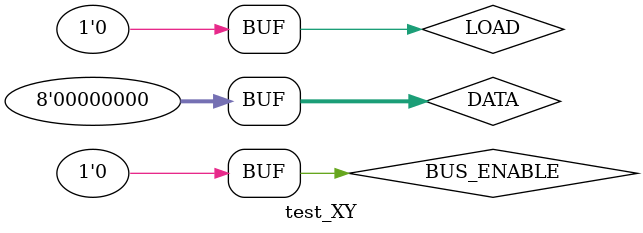
<source format=v>
`timescale 1ns / 1ps


module test_XY;

	// Inputs
	reg LOAD;
	reg BUS_ENABLE;
	reg [7:0] DATA;

	// Outputs
	wire [7:0] OUT;

	// Instantiate the Unit Under Test (UUT)
	reg_XY uut (
		.LOAD(LOAD), 
		.BUS_ENABLE(BUS_ENABLE), 
		.DATA(DATA), 
		.OUT(OUT)
	);

	initial begin
		// Initialize Inputs
		LOAD = 0;
		BUS_ENABLE = 0;
		DATA = 0;

		// Wait 100 ns for global reset to finish
		#100;
      $monitor($time, ": LOAD_SIGNAL: %b, BUS_ENABLE_SIGNAL: %b, DATA_IN_STATE: %h, DATA_OUT_STATE: %h", LOAD, BUS_ENABLE, DATA, OUT);
		// Add stimulus here
		LOAD = 1;
		#1;
		LOAD = 0;
		#1;
		$display("Expected output: xx\n");
		
		BUS_ENABLE = 1;
		#1;
		BUS_ENABLE = 0;
		#1;
		$display("Expected output: 00\n");
		
		DATA = 8'hAA;
		LOAD = 1;
		#1;
		LOAD = 0;
		#1;
		$display("Expected output: 00\n");
		
		BUS_ENABLE = 1;
		#1;
		BUS_ENABLE = 0;
		#1;
		$display("Expected output: AA\n");
		
		DATA = 8'hFF;
		LOAD = 1;
		#1;
		LOAD = 0;
		#1;
		$display("Expected output: AA\n");
		
		BUS_ENABLE = 1;
		#1;
		BUS_ENABLE = 0;
		#1;
		$display("Expected output: FF\n");
		
		DATA = 8'h00;
		LOAD = 1;
		#1;
		LOAD = 0;
		#1;
		$display("Expected output: FF\n");
		
		BUS_ENABLE = 1;
		#1;
		BUS_ENABLE = 0;
		#1;
		$display("Expected output: 00\n");

		

	end
      
endmodule


</source>
